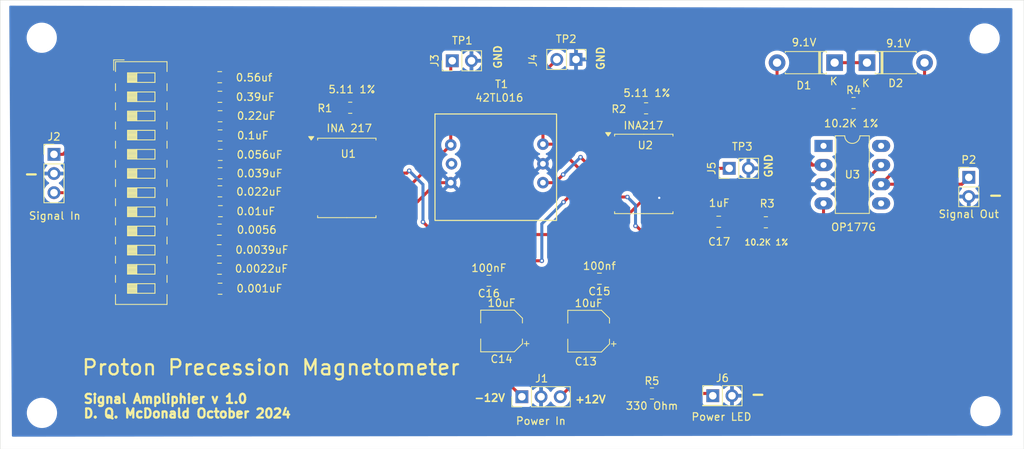
<source format=kicad_pcb>
(kicad_pcb (version 20240108) (generator "pcbnew") (generator_version "8.0")
  (title_block (title "PPM Aplifier") (date "2024-10-17") (rev "1.0") (company "D. Q. McDonald"))
  (layers (0 "F.Cu" signal) (31 "B.Cu" signal) (34 "B.Paste" user) (35 "F.Paste" user) (36 "B.SilkS" user "B.Silkscreen") (37 "F.SilkS" user "F.Silkscreen") (38 "B.Mask" user) (39 "F.Mask" user) (44 "Edge.Cuts" user))
  (net 0 "")
  (net 1 "+12V")
  (net 2 "GND")
  (net 3 "-12V")
  (net 4 "Net-(J2-Pin_1)")
  (net 5 "Net-(C1-Pad1)")
  (net 6 "Net-(C2-Pad1)")
  (net 7 "Net-(C3-Pad1)")
  (net 8 "Net-(C4-Pad1)")
  (net 9 "Net-(C5-Pad1)")
  (net 10 "Net-(C6-Pad1)")
  (net 11 "Net-(C7-Pad1)")
  (net 12 "Net-(C8-Pad1)")
  (net 13 "Net-(C9-Pad1)")
  (net 14 "Net-(C10-Pad1)")
  (net 15 "Net-(C11-Pad1)")
  (net 16 "Net-(C12-Pad1)")
  (net 17 "Net-(J5-Pin_1)")
  (net 18 "Net-(C17-Pad2)")
  (net 19 "Net-(D1-A)")
  (net 20 "Net-(D1-K)")
  (net 21 "Net-(D2-A)")
  (net 22 "Net-(J2-Pin_3)")
  (net 23 "Net-(J3-Pin_1)")
  (net 24 "Net-(J4-Pin_2)")
  (net 25 "Net-(U1-RG1)")
  (net 26 "Net-(U1-RG2)")
  (net 27 "Net-(U2-RG2)")
  (net 28 "Net-(U2-RG1)")
  (net 30 "Net-(T1-6)")
  (net 50 "Net-(J6-Pin_1)")
  (footprint "Diode_THT:D_DO-41_SOD81_P7.62mm_Horizontal" (layer "F.Cu") (at 135.625 27.35 180)
    (property "Reference" "D1" (at 4.075 -3.025 0) (layer "F.SilkS"))
    (property "Value" "9.1V" (at 4.05 2.675 0) (layer "F.SilkS"))
    (fp_text user "K" (at 0.125 -2.475 0) (layer "F.SilkS"))
    (pad "1" thru_hole rect (at 0 0 180) (size 2.2 2.2) (drill 1.1) (layers "*.Cu" "*.Mask") (net 20 "Net-(D1-K)"))
    (pad "2" thru_hole oval (at 7.62 0 180) (size 2.2 2.2) (drill 1.1) (layers "*.Cu" "*.Mask") (net 19 "Net-(D1-A)"))
  )
  (footprint "Button_Switch_SMD:SW_DIP_SPSTx12_Slide_6.7x32.04mm_W8.61mm_P2.54mm_LowProfile" (layer "F.Cu") (at 43.87 43.3)
    (property "Reference" "SW1" (hide yes))
    (property "Value" "SW_DIP_x12" (hide yes))
    (pad "1" smd rect (at -4.305 -13.97) (size 2.44 1.12) (layers "F.Cu" "F.Paste" "F.Mask") (net 22 "Net-(J2-Pin_3)"))
    (pad "2" smd rect (at -4.305 -11.43) (size 2.44 1.12) (layers "F.Cu" "F.Paste" "F.Mask") (net 22 "Net-(J2-Pin_3)"))
    (pad "3" smd rect (at -4.305 -8.89) (size 2.44 1.12) (layers "F.Cu" "F.Paste" "F.Mask") (net 22 "Net-(J2-Pin_3)"))
    (pad "4" smd rect (at -4.305 -6.35) (size 2.44 1.12) (layers "F.Cu" "F.Paste" "F.Mask") (net 22 "Net-(J2-Pin_3)"))
    (pad "5" smd rect (at -4.305 -3.81) (size 2.44 1.12) (layers "F.Cu" "F.Paste" "F.Mask") (net 22 "Net-(J2-Pin_3)"))
    (pad "6" smd rect (at -4.305 -1.27) (size 2.44 1.12) (layers "F.Cu" "F.Paste" "F.Mask") (net 22 "Net-(J2-Pin_3)"))
    (pad "7" smd rect (at -4.305 1.27) (size 2.44 1.12) (layers "F.Cu" "F.Paste" "F.Mask") (net 22 "Net-(J2-Pin_3)"))
    (pad "8" smd rect (at -4.305 3.81) (size 2.44 1.12) (layers "F.Cu" "F.Paste" "F.Mask") (net 22 "Net-(J2-Pin_3)"))
    (pad "9" smd rect (at -4.305 6.35) (size 2.44 1.12) (layers "F.Cu" "F.Paste" "F.Mask") (net 22 "Net-(J2-Pin_3)"))
    (pad "10" smd rect (at -4.305 8.89) (size 2.44 1.12) (layers "F.Cu" "F.Paste" "F.Mask") (net 22 "Net-(J2-Pin_3)"))
    (pad "11" smd rect (at -4.305 11.43) (size 2.44 1.12) (layers "F.Cu" "F.Paste" "F.Mask") (net 22 "Net-(J2-Pin_3)"))
    (pad "12" smd rect (at -4.305 13.97) (size 2.44 1.12) (layers "F.Cu" "F.Paste" "F.Mask") (net 22 "Net-(J2-Pin_3)"))
    (pad "13" smd rect (at 4.305 13.97) (size 2.44 1.12) (layers "F.Cu" "F.Paste" "F.Mask") (net 16 "Net-(C12-Pad1)"))
    (pad "14" smd rect (at 4.305 11.43) (size 2.44 1.12) (layers "F.Cu" "F.Paste" "F.Mask") (net 15 "Net-(C11-Pad1)"))
    (pad "15" smd rect (at 4.305 8.89) (size 2.44 1.12) (layers "F.Cu" "F.Paste" "F.Mask") (net 14 "Net-(C10-Pad1)"))
    (pad "16" smd rect (at 4.305 6.35) (size 2.44 1.12) (layers "F.Cu" "F.Paste" "F.Mask") (net 13 "Net-(C9-Pad1)"))
    (pad "17" smd rect (at 4.305 3.81) (size 2.44 1.12) (layers "F.Cu" "F.Paste" "F.Mask") (net 12 "Net-(C8-Pad1)"))
    (pad "18" smd rect (at 4.305 1.27) (size 2.44 1.12) (layers "F.Cu" "F.Paste" "F.Mask") (net 11 "Net-(C7-Pad1)"))
    (pad "19" smd rect (at 4.305 -1.27) (size 2.44 1.12) (layers "F.Cu" "F.Paste" "F.Mask") (net 10 "Net-(C6-Pad1)"))
    (pad "20" smd rect (at 4.305 -3.81) (size 2.44 1.12) (layers "F.Cu" "F.Paste" "F.Mask") (net 9 "Net-(C5-Pad1)"))
    (pad "21" smd rect (at 4.305 -6.35) (size 2.44 1.12) (layers "F.Cu" "F.Paste" "F.Mask") (net 8 "Net-(C4-Pad1)"))
    (pad "22" smd rect (at 4.305 -8.89) (size 2.44 1.12) (layers "F.Cu" "F.Paste" "F.Mask") (net 7 "Net-(C3-Pad1)"))
    (pad "23" smd rect (at 4.305 -11.43) (size 2.44 1.12) (layers "F.Cu" "F.Paste" "F.Mask") (net 6 "Net-(C2-Pad1)"))
    (pad "24" smd rect (at 4.305 -13.97) (size 2.44 1.12) (layers "F.Cu" "F.Paste" "F.Mask") (net 5 "Net-(C1-Pad1)"))
  )
  (footprint "Capacitor_SMD:C_0805_2012Metric_Pad1.18x1.45mm_HandSolder" (layer "F.Cu") (at 54.3 57.3)
    (property "Reference" "C12" (hide yes))
    (property "Value" "0.001uF" (at 5.2 -0.025 0) (layer "F.SilkS"))
    (pad "1" smd roundrect (at -1.0375 0) (size 1.175 1.45) (layers "F.Cu" "F.Paste" "F.Mask") (roundrect_rratio 0.212766) (net 16 "Net-(C12-Pad1)"))
    (pad "2" smd roundrect (at 1.0375 0) (size 1.175 1.45) (layers "F.Cu" "F.Paste" "F.Mask") (roundrect_rratio 0.212766) (net 4 "Net-(J2-Pin_1)"))
  )
  (footprint "Capacitor_SMD:C_0805_2012Metric_Pad1.18x1.45mm_HandSolder" (layer "F.Cu") (at 54.3 37)
    (property "Reference" "C4" (hide yes))
    (property "Value" "0.1uF" (at 4.325 0 0) (layer "F.SilkS"))
    (pad "1" smd roundrect (at -1.0375 0) (size 1.175 1.45) (layers "F.Cu" "F.Paste" "F.Mask") (roundrect_rratio 0.212766) (net 8 "Net-(C4-Pad1)"))
    (pad "2" smd roundrect (at 1.0375 0) (size 1.175 1.45) (layers "F.Cu" "F.Paste" "F.Mask") (roundrect_rratio 0.212766) (net 4 "Net-(J2-Pin_1)"))
  )
  (footprint "Connector_PinHeader_2.54mm:PinHeader_1x03_P2.54mm_Vertical" (layer "F.Cu") (at 32.32 39.4975)
    (property "Reference" "J2" (at 0 -2.33 0) (layer "F.SilkS"))
    (property "Value" "Signal In" (at 0.1 8.15 0) (layer "F.SilkS"))
    (pad "1" thru_hole rect (at 0 0) (size 1.7 1.7) (drill 1) (layers "*.Cu" "*.Mask") (net 4 "Net-(J2-Pin_1)"))
    (pad "2" thru_hole oval (at 0 2.54) (size 1.7 1.7) (drill 1) (layers "*.Cu" "*.Mask") (net 2 "GND"))
    (pad "3" thru_hole oval (at 0 5.08) (size 1.7 1.7) (drill 1) (layers "*.Cu" "*.Mask") (net 22 "Net-(J2-Pin_3)"))
  )
  (footprint "Resistor_SMD:R_0805_2012Metric_Pad1.20x1.40mm_HandSolder" (layer "F.Cu") (at 71.52 33.3225)
    (property "Reference" "R1" (at -3.35 0.075 0) (layer "F.SilkS"))
    (property "Value" "5.11 1%" (at 0.225 -2.425 0) (layer "F.SilkS"))
    (pad "1" smd roundrect (at -1 0) (size 1.2 1.4) (layers "F.Cu" "F.Paste" "F.Mask") (roundrect_rratio 0.208333) (net 25 "Net-(U1-RG1)"))
    (pad "2" smd roundrect (at 1 0) (size 1.2 1.4) (layers "F.Cu" "F.Paste" "F.Mask") (roundrect_rratio 0.208333) (net 26 "Net-(U1-RG2)"))
  )
  (footprint "Capacitor_SMD:C_0805_2012Metric_Pad1.18x1.45mm_HandSolder" (layer "F.Cu") (at 89.8725 56.2475 180)
    (property "Reference" "C16" (at 0 -1.68 0) (layer "F.SilkS"))
    (property "Value" "100nF" (at 0 1.68 0) (layer "F.SilkS"))
    (pad "1" smd roundrect (at -1.0375 0 180) (size 1.175 1.45) (layers "F.Cu" "F.Paste" "F.Mask") (roundrect_rratio 0.212766) (net 2 "GND"))
    (pad "2" smd roundrect (at 1.0375 0 180) (size 1.175 1.45) (layers "F.Cu" "F.Paste" "F.Mask") (roundrect_rratio 0.212766) (net 3 "-12V"))
  )
  (footprint "Capacitor_SMD:C_0805_2012Metric_Pad1.18x1.45mm_HandSolder" (layer "F.Cu") (at 120.2875 48.425)
    (property "Reference" "C17" (at 0.0625 2.65 0) (layer "F.SilkS"))
    (property "Value" "1uF" (at 0.0625 -2.475 0) (layer "F.SilkS"))
    (pad "1" smd roundrect (at -1.0375 0) (size 1.175 1.45) (layers "F.Cu" "F.Paste" "F.Mask") (roundrect_rratio 0.212766) (net 17 "Net-(J5-Pin_1)"))
    (pad "2" smd roundrect (at 1.0375 0) (size 1.175 1.45) (layers "F.Cu" "F.Paste" "F.Mask") (roundrect_rratio 0.212766) (net 18 "Net-(C17-Pad2)"))
  )
  (footprint "Connector_PinHeader_2.54mm:PinHeader_2x01_P2.54mm_Vertical" (layer "F.Cu") (at 119.5 71.475)
    (property "Reference" "J6" (at 1.27 -2.33 0) (layer "F.SilkS"))
    (property "Value" "Power LED" (at 1.15 2.8 0) (layer "F.SilkS"))
    (pad "1" thru_hole rect (at 0 0) (size 1.7 1.7) (drill 1) (layers "*.Cu" "*.Mask") (net 50 "Net-(J6-Pin_1)"))
    (pad "2" thru_hole oval (at 2.54 0) (size 1.7 1.7) (drill 1) (layers "*.Cu" "*.Mask") (net 2 "GND"))
  )
  (footprint "Diode_THT:D_DO-41_SOD81_P7.62mm_Horizontal" (layer "F.Cu") (at 139.905 27.35)
    (property "Reference" "D2" (at 3.8 2.725 0) (layer "F.SilkS"))
    (property "Value" "9.1V" (at 4.15 -2.55 0) (layer "F.SilkS"))
    (fp_text user "K" (at -0.15 2.725 0) (layer "F.SilkS"))
    (pad "1" thru_hole rect (at 0 0) (size 2.2 2.2) (drill 1.1) (layers "*.Cu" "*.Mask") (net 20 "Net-(D1-K)"))
    (pad "2" thru_hole oval (at 7.62 0) (size 2.2 2.2) (drill 1.1) (layers "*.Cu" "*.Mask") (net 21 "Net-(D2-A)"))
  )
  (footprint "MountingHole:MountingHole_3.5mm" (layer "F.Cu") (at 155.475 24.15)
    (property "Reference" "REF**" (hide yes))
    (property "Value" "MountingHole_3.5mm" (hide yes))
    (pad "" np_thru_hole circle (at 0 0) (size 3.5 3.5) (drill 3.5) (layers "F&B.Cu" "*.Mask"))
  )
  (footprint "Capacitor_SMD:C_0805_2012Metric_Pad1.18x1.45mm_HandSolder" (layer "F.Cu") (at 54.3 42)
    (property "Reference" "C6" (hide yes))
    (property "Value" "0.039uF" (at 5.225 0.025 0) (layer "F.SilkS"))
    (pad "1" smd roundrect (at -1.0375 0) (size 1.175 1.45) (layers "F.Cu" "F.Paste" "F.Mask") (roundrect_rratio 0.212766) (net 10 "Net-(C6-Pad1)"))
    (pad "2" smd roundrect (at 1.0375 0) (size 1.175 1.45) (layers "F.Cu" "F.Paste" "F.Mask") (roundrect_rratio 0.212766) (net 4 "Net-(J2-Pin_1)"))
  )
  (footprint "Capacitor_SMD:C_0805_2012Metric_Pad1.18x1.45mm_HandSolder" (layer "F.Cu") (at 54.25 29.275)
    (property "Reference" "C1" (hide yes))
    (property "Value" "0.56uf" (at 4.55 0.05 0) (layer "F.SilkS"))
    (pad "1" smd roundrect (at -1.0375 0) (size 1.175 1.45) (layers "F.Cu" "F.Paste" "F.Mask") (roundrect_rratio 0.212766) (net 5 "Net-(C1-Pad1)"))
    (pad "2" smd roundrect (at 1.0375 0) (size 1.175 1.45) (layers "F.Cu" "F.Paste" "F.Mask") (roundrect_rratio 0.212766) (net 4 "Net-(J2-Pin_1)"))
  )
  (footprint "Capacitor_SMD:C_0805_2012Metric_Pad1.18x1.45mm_HandSolder" (layer "F.Cu") (at 54.275 44.4)
    (property "Reference" "C7" (hide yes))
    (property "Value" "0.022uF" (at 5.2 0.05 0) (layer "F.SilkS"))
    (pad "1" smd roundrect (at -1.0375 0) (size 1.175 1.45) (layers "F.Cu" "F.Paste" "F.Mask") (roundrect_rratio 0.212766) (net 11 "Net-(C7-Pad1)"))
    (pad "2" smd roundrect (at 1.0375 0) (size 1.175 1.45) (layers "F.Cu" "F.Paste" "F.Mask") (roundrect_rratio 0.212766) (net 4 "Net-(J2-Pin_1)"))
  )
  (footprint "Capacitor_SMD:C_0805_2012Metric_Pad1.18x1.45mm_HandSolder" (layer "F.Cu") (at 54.2125 49.475)
    (property "Reference" "C9" (hide yes))
    (property "Value" "0.0056" (at 4.9375 0.025 0) (layer "F.SilkS"))
    (pad "1" smd roundrect (at -1.0375 0) (size 1.175 1.45) (layers "F.Cu" "F.Paste" "F.Mask") (roundrect_rratio 0.212766) (net 13 "Net-(C9-Pad1)"))
    (pad "2" smd roundrect (at 1.0375 0) (size 1.175 1.45) (layers "F.Cu" "F.Paste" "F.Mask") (roundrect_rratio 0.212766) (net 4 "Net-(J2-Pin_1)"))
  )
  (footprint "Capacitor_SMD:C_0805_2012Metric_Pad1.18x1.45mm_HandSolder" (layer "F.Cu") (at 54.325 39.575)
    (property "Reference" "C5" (hide yes))
    (property "Value" "0.056uF" (at 5.2 -0.025 0) (layer "F.SilkS"))
    (pad "1" smd roundrect (at -1.0375 0) (size 1.175 1.45) (layers "F.Cu" "F.Paste" "F.Mask") (roundrect_rratio 0.212766) (net 9 "Net-(C5-Pad1)"))
    (pad "2" smd roundrect (at 1.0375 0) (size 1.175 1.45) (layers "F.Cu" "F.Paste" "F.Mask") (roundrect_rratio 0.212766) (net 4 "Net-(J2-Pin_1)"))
  )
  (footprint "Capacitor_SMD:CP_Elec_5x3" (layer "F.Cu") (at 103.0725 62.9225 180)
    (property "Reference" "C13" (at 0.375 -4.025 0) (layer "F.SilkS"))
    (property "Value" "10uF" (at 0 3.7 0) (layer "F.SilkS"))
    (pad "1" smd roundrect (at -2.2 0 180) (size 3 1.6) (layers "F.Cu" "F.Paste" "F.Mask") (roundrect_rratio 0.15625) (net 1 "+12V"))
    (pad "2" smd roundrect (at 2.2 0 180) (size 3 1.6) (layers "F.Cu" "F.Paste" "F.Mask") (roundrect_rratio 0.15625) (net 2 "GND"))
  )
  (footprint "DQM_kicad_new:Transformer_42TL016" (layer "F.Cu") (at 84.825 38.25)
    (property "Reference" "T1" (at 6.725 -8.05 0) (layer "F.SilkS"))
    (property "Value" "42TL016" (at 6.425 -6.25 0) (layer "F.SilkS"))
    (pad "1" thru_hole circle (at 0 0) (size 1.524 1.524) (drill 0.762) (layers "*.Cu" "*.Mask") (net 23 "Net-(J3-Pin_1)"))
    (pad "2" thru_hole circle (at 0.1 2.5) (size 1.524 1.524) (drill 0.762) (layers "*.Cu" "*.Mask"))
    (pad "3" thru_hole circle (at 0 5) (size 1.524 1.524) (drill 0.762) (layers "*.Cu" "*.Mask") (net 2 "GND"))
    (pad "4" thru_hole circle (at 12.2 5) (size 1.524 1.524) (drill 0.762) (layers "*.Cu" "*.Mask") (net 30 "Net-(T1-6)"))
    (pad "5" thru_hole circle (at 12.2 2.5) (size 1.524 1.524) (drill 0.762) (layers "*.Cu" "*.Mask") (net 2 "GND"))
    (pad "6" thru_hole circle (at 12.2 -0.1) (size 1.524 1.524) (drill 0.762) (layers "*.Cu" "*.Mask") (net 24 "Net-(J4-Pin_2)"))
  )
  (footprint "Resistor_SMD:R_0805_2012Metric_Pad1.20x1.40mm_HandSolder" (layer "F.Cu") (at 111.45 71.175)
    (property "Reference" "R5" (at 0 -1.65 0) (layer "F.SilkS"))
    (property "Value" "330 Ohm" (at 0 1.65 0) (layer "F.SilkS"))
    (pad "1" smd roundrect (at -1 0) (size 1.2 1.4) (layers "F.Cu" "F.Paste" "F.Mask") (roundrect_rratio 0.208333) (net 1 "+12V"))
    (pad "2" smd roundrect (at 1 0) (size 1.2 1.4) (layers "F.Cu" "F.Paste" "F.Mask") (roundrect_rratio 0.208333) (net 50 "Net-(J6-Pin_1)"))
  )
  (footprint "Capacitor_SMD:C_0805_2012Metric_Pad1.18x1.45mm_HandSolder" (layer "F.Cu") (at 54.1875 52.2)
    (property "Reference" "C10" (hide yes))
    (property "Value" "0.0039uF" (at 5.65 -0.05 0) (layer "F.SilkS"))
    (pad "1" smd roundrect (at -1.0375 0) (size 1.175 1.45) (layers "F.Cu" "F.Paste" "F.Mask") (roundrect_rratio 0.212766) (net 14 "Net-(C10-Pad1)"))
    (pad "2" smd roundrect (at 1.0375 0) (size 1.175 1.45) (layers "F.Cu" "F.Paste" "F.Mask") (roundrect_rratio 0.212766) (net 4 "Net-(J2-Pin_1)"))
  )
  (footprint "Capacitor_SMD:CP_Elec_5x3" (layer "F.Cu") (at 91.5475 62.8975 180)
    (property "Reference" "C14" (at 0 -3.725 0) (layer "F.SilkS"))
    (property "Value" "10uF" (at 0 3.7 0) (layer "F.SilkS"))
    (pad "1" smd roundrect (at -2.2 0 180) (size 3 1.6) (layers "F.Cu" "F.Paste" "F.Mask") (roundrect_rratio 0.15625) (net 2 "GND"))
    (pad "2" smd roundrect (at 2.2 0 180) (size 3 1.6) (layers "F.Cu" "F.Paste" "F.Mask") (roundrect_rratio 0.15625) (net 3 "-12V"))
  )
  (footprint "MountingHole:MountingHole_3.5mm" (layer "F.Cu") (at 30.725 73.75)
    (property "Reference" "REF**" (hide yes))
    (property "Value" "MountingHole_3.5mm" (hide yes))
    (pad "" np_thru_hole circle (at 0 0) (size 3.5 3.5) (drill 3.5) (layers "F&B.Cu" "*.Mask"))
  )
  (footprint "Package_DIP:DIP-8_W7.62mm_LongPads" (layer "F.Cu") (at 134.155 38.375)
    (property "Reference" "U3" (at 3.825 3.8 0) (layer "F.SilkS"))
    (property "Value" "OP177G" (at 3.97 10.775 0) (layer "F.SilkS"))
    (pad "1" thru_hole rect (at 0 0) (size 2.4 1.6) (drill 0.8) (layers "*.Cu" "*.Mask"))
    (pad "2" thru_hole oval (at 0 2.54) (size 2.4 1.6) (drill 0.8) (layers "*.Cu" "*.Mask") (net 19 "Net-(D1-A)"))
    (pad "3" thru_hole oval (at 0 5.08) (size 2.4 1.6) (drill 0.8) (layers "*.Cu" "*.Mask") (net 2 "GND"))
    (pad "4" thru_hole oval (at 0 7.62) (size 2.4 1.6) (drill 0.8) (layers "*.Cu" "*.Mask") (net 3 "-12V"))
    (pad "5" thru_hole oval (at 7.62 7.62) (size 2.4 1.6) (drill 0.8) (layers "*.Cu" "*.Mask"))
    (pad "6" thru_hole oval (at 7.62 5.08) (size 2.4 1.6) (drill 0.8) (layers "*.Cu" "*.Mask") (net 21 "Net-(D2-A)"))
    (pad "7" thru_hole oval (at 7.62 2.54) (size 2.4 1.6) (drill 0.8) (layers "*.Cu" "*.Mask") (net 1 "+12V"))
    (pad "8" thru_hole oval (at 7.62 0) (size 2.4 1.6) (drill 0.8) (layers "*.Cu" "*.Mask"))
  )
  (footprint "Capacitor_SMD:C_0805_2012Metric_Pad1.18x1.45mm_HandSolder" (layer "F.Cu") (at 54.225 54.65)
    (property "Reference" "C11" (hide yes))
    (property "Value" "0.0022uF" (at 5.55 0 0) (layer "F.SilkS"))
    (pad "1" smd roundrect (at -1.0375 0) (size 1.175 1.45) (layers "F.Cu" "F.Paste" "F.Mask") (roundrect_rratio 0.212766) (net 15 "Net-(C11-Pad1)"))
    (pad "2" smd roundrect (at 1.0375 0) (size 1.175 1.45) (layers "F.Cu" "F.Paste" "F.Mask") (roundrect_rratio 0.212766) (net 4 "Net-(J2-Pin_1)"))
  )
  (footprint "Package_SO:SOIC-16W_7.5x10.3mm_P1.27mm" (layer "F.Cu") (at 71.07 42.6175)
    (property "Reference" "U1" (at 0.2 -3.18 0) (layer "F.SilkS"))
    (property "Value" "~" (hide yes))
    (fp_text user "INA 217" (at 0.325 -6.57 0) (layer "F.SilkS"))
    (pad "1" smd roundrect (at -4.65 -4.445) (size 2.05 0.6) (layers "F.Cu" "F.Paste" "F.Mask"))
    (pad "2" smd roundrect (at -4.65 -3.175) (size 2.05 0.6) (layers "F.Cu" "F.Paste" "F.Mask") (net 25 "Net-(U1-RG1)"))
    (pad "3" smd roundrect (at -4.65 -1.905) (size 2.05 0.6) (layers "F.Cu" "F.Paste" "F.Mask"))
    (pad "4" smd roundrect (at -4.65 -0.635) (size 2.05 0.6) (layers "F.Cu" "F.Paste" "F.Mask") (net 4 "Net-(J2-Pin_1)"))
    (pad "5" smd roundrect (at -4.65 0.635) (size 2.05 0.6) (layers "F.Cu" "F.Paste" "F.Mask") (net 22 "Net-(J2-Pin_3)"))
    (pad "6" smd roundrect (at -4.65 1.905) (size 2.05 0.6) (layers "F.Cu" "F.Paste" "F.Mask"))
    (pad "7" smd roundrect (at -4.65 3.175) (size 2.05 0.6) (layers "F.Cu" "F.Paste" "F.Mask") (net 3 "-12V"))
    (pad "8" smd roundrect (at -4.65 4.445) (size 2.05 0.6) (layers "F.Cu" "F.Paste" "F.Mask"))
    (pad "9" smd roundrect (at 4.65 4.445) (size 2.05 0.6) (layers "F.Cu" "F.Paste" "F.Mask"))
    (pad "10" smd roundrect (at 4.65 3.175) (size 2.05 0.6) (layers "F.Cu" "F.Paste" "F.Mask") (net 2 "GND"))
    (pad "11" smd roundrect (at 4.65 1.905) (size 2.05 0.6) (layers "F.Cu" "F.Paste" "F.Mask") (net 23 "Net-(J3-Pin_1)"))
    (pad "12" smd roundrect (at 4.65 0.635) (size 2.05 0.6) (layers "F.Cu" "F.Paste" "F.Mask"))
    (pad "13" smd roundrect (at 4.65 -0.635) (size 2.05 0.6) (layers "F.Cu" "F.Paste" "F.Mask") (net 1 "+12V"))
    (pad "14" smd roundrect (at 4.65 -1.905) (size 2.05 0.6) (layers "F.Cu" "F.Paste" "F.Mask"))
    (pad "15" smd roundrect (at 4.65 -3.175) (size 2.05 0.6) (layers "F.Cu" "F.Paste" "F.Mask") (net 26 "Net-(U1-RG2)"))
    (pad "16" smd roundrect (at 4.65 -4.445) (size 2.05 0.6) (layers "F.Cu" "F.Paste" "F.Mask"))
  )
  (footprint "MountingHole:MountingHole_3.5mm" (layer "F.Cu") (at 30.7 24.05)
    (property "Reference" "REF**" (hide yes))
    (property "Value" "MountingHole_3.5mm" (hide yes))
    (pad "" np_thru_hole circle (at 0 0) (size 3.5 3.5) (drill 3.5) (layers "F&B.Cu" "*.Mask"))
  )
  (footprint "Connector_PinHeader_2.54mm:PinHeader_1x02_P2.54mm_Vertical" (layer "F.Cu") (at 101.4 26.925 -90)
    (property "Reference" "J4" (at 0.125 5.7 90) (layer "F.SilkS"))
    (property "Value" "TP2" (at -2.7 1.3 0) (layer "F.SilkS"))
    (pad "1" thru_hole rect (at 0 0 270) (size 1.7 1.7) (drill 1) (layers "*.Cu" "*.Mask") (net 2 "GND"))
    (pad "2" thru_hole oval (at 0 2.54 270) (size 1.7 1.7) (drill 1) (layers "*.Cu" "*.Mask") (net 24 "Net-(J4-Pin_2)"))
  )
  (footprint "Connector_PinHeader_2.54mm:PinHeader_1x02_P2.54mm_Vertical" (layer "F.Cu") (at 121.675 41.35 90)
    (property "Reference" "J5" (at 0 -2.33 90) (layer "F.SilkS"))
    (property "Value" "TP3" (at 2.875 1.725 180) (layer "F.SilkS"))
    (pad "1" thru_hole rect (at 0 0 90) (size 1.7 1.7) (drill 1) (layers "*.Cu" "*.Mask") (net 17 "Net-(J5-Pin_1)"))
    (pad "2" thru_hole oval (at 0 2.54 90) (size 1.7 1.7) (drill 1) (layers "*.Cu" "*.Mask") (net 2 "GND"))
  )
  (footprint "Connector_PinHeader_2.54mm:PinHeader_1x03_P2.54mm_Vertical" (layer "F.Cu") (at 94.235 71.61 90)
    (property "Reference" "J1" (at 2.41 2.615 180) (layer "F.SilkS"))
    (property "Value" "Power In" (at -3.215 2.515 180) (layer "F.SilkS"))
    (pad "1" thru_hole rect (at 0 0 90) (size 1.7 1.7) (drill 1) (layers "*.Cu" "*.Mask") (net 3 "-12V"))
    (pad "2" thru_hole oval (at 0 2.54 90) (size 1.7 1.7) (drill 1) (layers "*.Cu" "*.Mask") (net 2 "GND"))
    (pad "3" thru_hole oval (at 0 5.08 90) (size 1.7 1.7) (drill 1) (layers "*.Cu" "*.Mask") (net 1 "+12V"))
  )
  (footprint "Connector_PinHeader_2.54mm:PinHeader_1x02_P2.54mm_Vertical" (layer "F.Cu") (at 85.025 27.1 90)
    (property "Reference" "J3" (at 0 -2.33 90) (layer "F.SilkS"))
    (property "Value" "TP1" (at 2.675 1.325 180) (layer "F.SilkS"))
    (pad "1" thru_hole rect (at 0 0 90) (size 1.7 1.7) (drill 1) (layers "*.Cu" "*.Mask") (net 23 "Net-(J3-Pin_1)"))
    (pad "2" thru_hole oval (at 0 2.54 90) (size 1.7 1.7) (drill 1) (layers "*.Cu" "*.Mask") (net 2 "GND"))
  )
  (footprint "Capacitor_SMD:C_0805_2012Metric_Pad1.18x1.45mm_HandSolder" (layer "F.Cu") (at 104.4975 55.9725 180)
    (property "Reference" "C15" (at 0 -1.68 0) (layer "F.SilkS"))
    (property "Value" "100nf" (at 0 1.68 0) (layer "F.SilkS"))
    (pad "1" smd roundrect (at -1.0375 0 180) (size 1.175 1.45) (layers "F.Cu" "F.Paste" "F.Mask") (roundrect_rratio 0.212766) (net 1 "+12V"))
    (pad "2" smd roundrect (at 1.0375 0 180) (size 1.175 1.45) (layers "F.Cu" "F.Paste" "F.Mask") (roundrect_rratio 0.212766) (net 2 "GND"))
  )
  (footprint "Resistor_SMD:R_0805_2012Metric_Pad1.20x1.40mm_HandSolder" (layer "F.Cu") (at 110.675 33.4)
    (property "Reference" "R2" (at -3.6 0.1 0) (layer "F.SilkS"))
    (property "Value" "5.11 1%" (at 0.1 -2.025 0) (layer "F.SilkS"))
    (pad "1" smd roundrect (at -1 0) (size 1.2 1.4) (layers "F.Cu" "F.Paste" "F.Mask") (roundrect_rratio 0.208333) (net 28 "Net-(U2-RG1)"))
    (pad "2" smd roundrect (at 1 0) (size 1.2 1.4) (layers "F.Cu" "F.Paste" "F.Mask") (roundrect_rratio 0.208333) (net 27 "Net-(U2-RG2)"))
  )
  (footprint "Capacitor_SMD:C_0805_2012Metric_Pad1.18x1.45mm_HandSolder" (layer "F.Cu") (at 54.3 34.45)
    (property "Reference" "C3" (hide yes))
    (property "Value" "0.22uF" (at 4.7875 -0.05 0) (layer "F.SilkS"))
    (pad "1" smd roundrect (at -1.0375 0) (size 1.175 1.45) (layers "F.Cu" "F.Paste" "F.Mask") (roundrect_rratio 0.212766) (net 7 "Net-(C3-Pad1)"))
    (pad "2" smd roundrect (at 1.0375 0) (size 1.175 1.45) (layers "F.Cu" "F.Paste" "F.Mask") (roundrect_rratio 0.212766) (net 4 "Net-(J2-Pin_1)"))
  )
  (footprint "Resistor_SMD:R_0805_2012Metric_Pad1.20x1.40mm_HandSolder" (layer "F.Cu") (at 126.525 48.5)
    (property "Reference" "R3" (at 0.175 -2.475 0) (layer "F.SilkS"))
    (property "Value" "10.2K 1%" (at 0.075 2.65 0) (layer "F.SilkS") (effects (font (size 0.8 0.8))))
    (pad "1" smd roundrect (at -1 0) (size 1.2 1.4) (layers "F.Cu" "F.Paste" "F.Mask") (roundrect_rratio 0.208333) (net 18 "Net-(C17-Pad2)"))
    (pad "2" smd roundrect (at 1 0) (size 1.2 1.4) (layers "F.Cu" "F.Paste" "F.Mask") (roundrect_rratio 0.208333) (net 19 "Net-(D1-A)"))
  )
  (footprint "Package_SO:SOIC-16W_7.5x10.3mm_P1.27mm" (layer "F.Cu") (at 110.37 42.0875)
    (property "Reference" "U2" (at 0.2 -3.79 0) (layer "F.SilkS"))
    (property "Value" "~")
    (fp_text user "INA217" (at -0.045 -6.4125 0) (layer "F.SilkS"))
    (pad "1" smd roundrect (at -4.65 -4.445) (size 2.05 0.6) (layers "F.Cu" "F.Paste" "F.Mask"))
    (pad "2" smd roundrect (at -4.65 -3.175) (size 2.05 0.6) (layers "F.Cu" "F.Paste" "F.Mask") (net 28 "Net-(U2-RG1)"))
    (pad "3" smd roundrect (at -4.65 -1.905) (size 2.05 0.6) (layers "F.Cu" "F.Paste" "F.Mask"))
    (pad "4" smd roundrect (at -4.65 -0.635) (size 2.05 0.6) (layers "F.Cu" "F.Paste" "F.Mask") (net 30 "Net-(T1-6)"))
    (pad "5" smd roundrect (at -4.65 0.635) (size 2.05 0.6) (layers "F.Cu" "F.Paste" "F.Mask") (net 24 "Net-(J4-Pin_2)"))
    (pad "6" smd roundrect (at -4.65 1.905) (size 2.05 0.6) (layers "F.Cu" "F.Paste" "F.Mask"))
    (pad "7" smd roundrect (at -4.65 3.175) (size 2.05 0.6) (layers "F.Cu" "F.Paste" "F.Mask") (net 3 "-12V"))
    (pad "8" smd roundrect (at -4.65 4.445) (size 2.05 0.6) (layers "F.Cu" "F.Paste" "F.Mask"))
    (pad "9" smd roundrect (at 4.65 4.445) (size 2.05 0.6) (layers "F.Cu" "F.Paste" "F.Mask"))
    (pad "10" smd roundrect (at 4.65 3.175) (size 2.05 0.6) (layers "F.Cu" "F.Paste" "F.Mask") (net 2 "GND"))
    (pad "11" smd roundrect (at 4.65 1.905) (size 2.05 0.6) (layers "F.Cu" "F.Paste" "F.Mask") (net 17 "Net-(J5-Pin_1)"))
    (pad "12" smd roundrect (at 4.65 0.635) (size 2.05 0.6) (layers "F.Cu" "F.Paste" "F.Mask"))
    (pad "13" smd roundrect (at 4.65 -0.635) (size 2.05 0.6) (layers "F.Cu" "F.Paste" "F.Mask") (net 1 "+12V"))
    (pad "14" smd roundrect (at 4.65 -1.905) (size 2.05 0.6) (layers "F.Cu" "F.Paste" "F.Mask"))
    (pad "15" smd roundrect (at 4.65 -3.175) (size 2.05 0.6) (layers "F.Cu" "F.Paste" "F.Mask") (net 27 "Net-(U2-RG2)"))
    (pad "16" smd roundrect (at 4.65 -4.445) (size 2.05 0.6) (layers "F.Cu" "F.Paste" "F.Mask"))
  )
  (footprint "Capacitor_SMD:C_0805_2012Metric_Pad1.18x1.45mm_HandSolder" (layer "F.Cu") (at 54.275 31.875)
    (property "Reference" "C2" (hide yes))
    (property "Value" "0.39uF" (at 4.675 0.025 0) (layer "F.SilkS"))
    (pad "1" smd roundrect (at -1.0375 0) (size 1.175 1.45) (layers "F.Cu" "F.Paste" "F.Mask") (roundrect_rratio 0.212766) (net 6 "Net-(C2-Pad1)"))
    (pad "2" smd roundrect (at 1.0375 0) (size 1.175 1.45) (layers "F.Cu" "F.Paste" "F.Mask") (roundrect_rratio 0.212766) (net 4 "Net-(J2-Pin_1)"))
  )
  (footprint "Resistor_SMD:R_0805_2012Metric_Pad1.20x1.40mm_HandSolder" (layer "F.Cu") (at 138.13 32.7)
    (property "Reference" "R4" (at 0 -1.7 0) (layer "F.SilkS"))
    (property "Value" "10.2K 1%" (at -0.305 2.7 0) (layer "F.SilkS"))
    (pad "1" smd roundrect (at -1 0) (size 1.2 1.4) (layers "F.Cu" "F.Paste" "F.Mask") (roundrect_rratio 0.208333) (net 19 "Net-(D1-A)"))
    (pad "2" smd roundrect (at 1 0) (size 1.2 1.4) (layers "F.Cu" "F.Paste" "F.Mask") (roundrect_rratio 0.208333) (net 21 "Net-(D2-A)"))
  )
  (footprint "Capacitor_SMD:C_0805_2012Metric_Pad1.18x1.45mm_HandSolder" (layer "F.Cu") (at 54.3375 47.025)
    (property "Reference" "C8" (hide yes))
    (property "Value" "0.01uF" (at 4.6875 0.025 0) (layer "F.SilkS"))
    (pad "1" smd roundrect (at -1.0375 0) (size 1.175 1.45) (layers "F.Cu" "F.Paste" "F.Mask") (roundrect_rratio 0.212766) (net 12 "Net-(C8-Pad1)"))
    (pad "2" smd roundrect (at 1.0375 0) (size 1.175 1.45) (layers "F.Cu" "F.Paste" "F.Mask") (roundrect_rratio 0.212766) (net 4 "Net-(J2-Pin_1)"))
  )
  (footprint "Connector_PinHeader_2.54mm:PinHeader_1x02_P2.54mm_Vertical" (layer "F.Cu") (at 153.375 42.55)
    (property "Reference" "P2" (at 0 -2.33 0) (layer "F.SilkS"))
    (property "Value" "Signal Out" (at 0 4.87 0) (layer "F.SilkS"))
    (pad "1" thru_hole rect (at 0 0) (size 1.7 1.7) (drill 1) (layers "*.Cu" "*.Mask") (net 21 "Net-(D2-A)"))
    (pad "2" thru_hole oval (at 0 2.54) (size 1.7 1.7) (drill 1) (layers "*.Cu" "*.Mask") (net 2 "GND"))
  )
  (footprint "MountingHole:MountingHole_3.5mm" (layer "F.Cu") (at 155.575 73.525)
    (property "Reference" "REF**" (hide yes))
    (property "Value" "MountingHole_3.5mm" (hide yes))
    (pad "" np_thru_hole circle (at 0 0) (size 3.5 3.5) (drill 3.5) (layers "F&B.Cu" "*.Mask"))
  )
  (gr_line (start 114.3 41.5) (end 114.95 41.325) (stroke (width 0.2)) (layer "F.Cu") (net 1))
  (gr_rect (start 25.2 19.075) (end 160.675 78.55) (stroke (width 0.05)) (fill none) (layer "Edge.Cuts"))
  (gr_text "Proton Precession Magnetometer" (at 35.875 68.9 0) (layer "F.SilkS") (effects (font (size 2 2) (thickness 0.3) (bold yes)) (justify left bottom)))
  (gr_text "-" (at 155.8 45.75 0) (layer "F.SilkS") (effects (font (size 1.5 1.5) (thickness 0.3) (bold yes)) (justify left bottom)))
  (gr_text "GND" (at 91.65 28.25 90) (layer "F.SilkS") (effects (font (size 1 1) (thickness 0.2) (bold yes)) (justify left bottom)))
  (gr_text "GND" (at 127.475 42.675 90) (layer "F.SilkS") (effects (font (size 1 1) (thickness 0.2) (bold yes)) (justify left bottom)))
  (gr_text "+12V" (at 101.175 72.55 0) (layer "F.SilkS") (effects (font (size 1 1) (thickness 0.2) (bold yes)) (justify left bottom)))
  (gr_text "-12V" (at 87.85 72.35 0) (layer "F.SilkS") (effects (font (size 1 1) (thickness 0.2) (bold yes)) (justify left bottom)))
  (gr_text "-" (at 124.35 72.125 0) (layer "F.SilkS") (effects (font (size 1.5 1.5) (thickness 0.3) (bold yes)) (justify left bottom)))
  (gr_text "-" (at 28.2 42.925 0) (layer "F.SilkS") (effects (font (size 1.5 1.5) (thickness 0.3) (bold yes)) (justify left bottom)))
  (gr_text "Signal Ampliphier v 1.0\nD. Q. McDonald October 2024" (at 36.1 74.525 0) (layer "F.SilkS") (effects (font (size 1.2 1.2) (thickness 0.3) (bold yes)) (justify left bottom)))
  (gr_text "GND" (at 105.25 28.425 90) (layer "F.SilkS") (effects (font (size 1 1) (thickness 0.2) (bold yes)) (justify left bottom)))
  (segment (start 134.6 55.375) (end 138.625 51.35) (width 0.4) (layer "F.Cu") (net 1))
  (segment (start 99.88125 50.31875) (end 105.475356 50.31875) (width 0.4) (layer "F.Cu") (net 1))
  (segment (start 103.1025 65.0925) (end 105.2725 62.9225) (width 0.4) (layer "F.Cu") (net 1))
  (segment (start 82.625 50.125) (end 82.625 49.925) (width 0.4) (layer "F.Cu") (net 1))
  (segment (start 114.294106 41.5) (end 105.475356 50.31875) (width 0.4) (layer "F.Cu") (net 1))
  (segment (start 105.2725 56.235) (end 105.535 55.9725) (width 0.4) (layer "F.Cu") (net 1))
  (segment (start 103.1025 67.8225) (end 103.1025 67.475) (width 0.4) (layer "F.Cu") (net 1))
  (segment (start 105.535 55.9725) (end 101.3375 51.775) (width 0.4) (layer "F.Cu") (net 1))
  (segment (start 79.0175 41.9825) (end 79.325 41.675) (width 0.4) (layer "F.Cu") (net 1))
  (segment (start 105.475356 50.31875) (end 110.531606 55.375) (width 0.4) (layer "F.Cu") (net 1))
  (segment (start 138.625 44.065) (end 141.775 40.915) (width 0.4) (layer "F.Cu") (net 1))
  (segment (start 110.531606 55.375) (end 134.6 55.375) (width 0.4) (layer "F.Cu") (net 1))
  (segment (start 114.3 41.5) (end 114.294106 41.5) (width 0.4) (layer "F.Cu") (net 1))
  (segment (start 99.6875 50.125) (end 82.625 50.125) (width 0.4) (layer "F.Cu") (net 1))
  (segment (start 82.625 49.925) (end 81.15 48.45) (width 0.4) (layer "F.Cu") (net 1))
  (segment (start 110.45 71.175) (end 106.8025 71.175) (width 0.4) (layer "F.Cu") (net 1))
  (segment (start 103.1025 67.475) (end 103.1025 65.0925) (width 0.4) (layer "F.Cu") (net 1))
  (segment (start 99.315 71.61) (end 103.1025 67.8225) (width 0.4) (layer "F.Cu") (net 1))
  (segment (start 106.8025 71.175) (end 103.1025 67.475) (width 0.4) (layer "F.Cu") (net 1))
  (segment (start 101.3375 51.775) (end 99.88125 50.31875) (width 0.4) (layer "F.Cu") (net 1))
  (segment (start 99.88125 50.31875) (end 99.6875 50.125) (width 0.4) (layer "F.Cu") (net 1))
  (segment (start 105.2725 62.9225) (end 105.2725 56.235) (width 0.4) (layer "F.Cu") (net 1))
  (segment (start 75.72 41.9825) (end 79.0175 41.9825) (width 0.4) (layer "F.Cu") (net 1))
  (segment (start 138.625 51.35) (end 138.625 44.065) (width 0.4) (layer "F.Cu") (net 1))
  (via (at 79.325 41.675) (size 0.6) (drill 0.3) (layers "F.Cu" "B.Cu") (net 1))
  (via (at 81.15 48.45) (size 0.6) (drill 0.3) (layers "F.Cu" "B.Cu") (net 1))
  (segment (start 81.15 48.45) (end 81.15 43.5) (width 0.4) (layer "B.Cu") (net 1))
  (segment (start 81.15 43.5) (end 79.325 41.675) (width 0.4) (layer "B.Cu") (net 1))
  (segment (start 93.7475 62.8975) (end 100.8475 62.8975) (width 0.4) (layer "F.Cu") (net 2))
  (segment (start 82.95 43.25) (end 80.4075 45.7925) (width 0.4) (layer "F.Cu") (net 2))
  (segment (start 90.91 60.06) (end 90.91 56.2475) (width 0.4) (layer "F.Cu") (net 2))
  (segment (start 96.775 65.925) (end 93.7475 62.8975) (width 0.4) (layer "F.Cu") (net 2))
  (segment (start 100.8725 62.9225) (end 103.46 60.335) (width 0.4) (layer "F.Cu") (net 2))
  (segment (start 100.8475 62.8975) (end 100.8725 62.9225) (width 0.4) (layer "F.Cu") (net 2))
  (segment (start 80.4075 45.7925) (end 75.72 45.7925) (width 0.4) (layer "F.Cu") (net 2))
  (segment (start 103.46 60.335) (end 103.46 55.9725) (width 0.4) (layer "F.Cu") (net 2))
  (segment (start 115.02 45.2625) (end 112.4125 45.2625) (width 0.4) (layer "F.Cu") (net 2))
  (segment (start 93.7475 62.8975) (end 90.91 60.06) (width 0.4) (layer "F.Cu") (net 2))
  (segment (start 84.825 43.25) (end 82.95 43.25) (width 0.4) (layer "F.Cu") (net 2))
  (segment (start 96.775 71.61) (end 96.775 65.925) (width 0.4) (layer "F.Cu") (net 2))
  (via (at 112.4125 45.2625) (size 0.6) (drill 0.3) (layers "F.Cu" "B.Cu") (net 2))
  (segment (start 134.155 45.995) (end 134.155 50.895) (width 0.4) (layer "F.Cu") (net 3))
  (segment (start 69.575 47.922501) (end 67.444999 45.7925) (width 0.4) (layer "F.Cu") (net 3))
  (segment (start 91.4825 53.6) (end 96.875 53.6) (width 0.4) (layer "F.Cu") (net 3))
  (segment (start 131.625 53.425) (end 113.825 53.425) (width 0.4) (layer "F.Cu") (net 3))
  (segment (start 113.825 53.425) (end 109.375 48.975) (width 0.4) (layer "F.Cu") (net 3))
  (segment (start 75.8975 56.2475) (end 69.575 49.925) (width 0.4) (layer "F.Cu") (net 3))
  (segment (start 89.3475 62.8975) (end 89.3475 56.76) (width 0.4) (layer "F.Cu") (net 3))
  (segment (start 69.575 49.925) (end 69.575 47.922501) (width 0.4) (layer "F.Cu") (net 3))
  (segment (start 105.8325 45.15) (end 105.72 45.2625) (width 0.4) (layer "F.Cu") (net 3))
  (segment (start 108.2 45.15) (end 105.8325 45.15) (width 0.4) (layer "F.Cu") (net 3))
  (segment (start 90.3225 67.6975) (end 90.3225 63.8725) (width 0.4) (layer "F.Cu") (net 3))
  (segment (start 88.835 56.2475) (end 91.4825 53.6) (width 0.4) (layer "F.Cu") (net 3))
  (segment (start 88.835 56.2475) (end 75.8975 56.2475) (width 0.4) (layer "F.Cu") (net 3))
  (segment (start 94.235 71.61) (end 90.3225 67.6975) (width 0.4) (layer "F.Cu") (net 3))
  (segment (start 99.75 45.825) (end 100.3125 45.2625) (width 0.4) (layer "F.Cu") (net 3))
  (segment (start 100.3125 45.2625) (end 105.72 45.2625) (width 0.4) (layer "F.Cu") (net 3))
  (segment (start 90.3225 63.8725) (end 89.3475 62.8975) (width 0.4) (layer "F.Cu") (net 3))
  (segment (start 134.155 50.895) (end 131.625 53.425) (width 0.4) (layer "F.Cu") (net 3))
  (segment (start 109.375 48.975) (end 109.275 48.975) (width 0.4) (layer "F.Cu") (net 3))
  (segment (start 67.444999 45.7925) (end 66.42 45.7925) (width 0.4) (layer "F.Cu") (net 3))
  (segment (start 89.3475 56.76) (end 88.835 56.2475) (width 0.4) (layer "F.Cu") (net 3))
  (via (at 109.275 48.975) (size 0.6) (drill 0.3) (layers "F.Cu" "B.Cu") (net 3))
  (via (at 108.2 45.15) (size 0.6) (drill 0.3) (layers "F.Cu" "B.Cu") (net 3))
  (via (at 96.875 53.6) (size 0.6) (drill 0.3) (layers "F.Cu" "B.Cu") (net 3))
  (via (at 99.75 45.825) (size 0.6) (drill 0.3) (layers "F.Cu" "B.Cu") (net 3))
  (segment (start 96.875 48.7) (end 99.75 45.825) (width 0.4) (layer "B.Cu") (net 3))
  (segment (start 96.875 53.6) (end 96.875 48.7) (width 0.4) (layer "B.Cu") (net 3))
  (segment (start 109.275 46.225) (end 108.2 45.15) (width 0.4) (layer "B.Cu") (net 3))
  (segment (start 109.275 48.975) (end 109.275 46.225) (width 0.4) (layer "B.Cu") (net 3))
  (segment (start 55.3125 44.4) (end 55.3125 46.9625) (width 0.4) (layer "F.Cu") (net 4))
  (segment (start 55.3 34.1) (end 55.2875 34.0875) (width 0.2) (layer "F.Cu") (net 4))
  (segment (start 33.495 39.4975) (end 35.445 37.5475) (width 0.4) (layer "F.Cu") (net 4))
  (segment (start 55.3 36.9375) (end 55.2625 36.975) (width 0.2) (layer "F.Cu") (net 4))
  (segment (start 51.435 25.4225) (end 55.2875 29.275) (width 0.4) (layer "F.Cu") (net 4))
  (segment (start 55.225 54.6125) (end 55.2625 54.65) (width 0.4) (layer "F.Cu") (net 4))
  (segment (start 55.2625 54.65) (end 55.2625 57.225) (width 0.4) (layer "F.Cu") (net 4))
  (segment (start 55.2875 29.275) (end 55.2875 31.6) (width 0.4) (layer "F.Cu") (net 4))
  (segment (start 55.3125 31.875) (end 55.3125 34.2625) (width 0.4) (layer "F.Cu") (net 4))
  (segment (start 55.25 49.475) (end 55.25 52.1625) (width 0.4) (layer "F.Cu") (net 4))
  (segment (start 55.3375 52.25) (end 55.3375 52.3625) (width 0.2) (layer "F.Cu") (net 4))
  (segment (start 55.3625 39.575) (end 55.3625 41.975) (width 0.4) (layer "F.Cu") (net 4))
  (segment (start 55.25 52.1625) (end 55.3375 52.25) (width 0.4) (layer "F.Cu") (net 4))
  (segment (start 55.225 52.2) (end 55.225 54.6125) (width 0.4) (layer "F.Cu") (net 4))
  (segment (start 55.2625 39.475) (end 55.3125 39.525) (width 0.2) (layer "F.Cu") (net 4))
  (segment (start 55.375 49.35) (end 55.25 49.475) (width 0.4) (layer "F.Cu") (net 4))
  (segment (start 66.4025 42) (end 66.42 41.9825) (width 0.4) (layer "F.Cu") (net 4))
  (segment (start 35.445 37.5475) (end 35.445 27.2975) (width 0.4) (layer "F.Cu") (net 4))
  (segment (start 55.3 34.275) (end 55.3 34.35) (width 0.2) (layer "F.Cu") (net 4))
  (segment (start 55.3125 37.025) (end 55.2625 36.975) (width 0.2) (layer "F.Cu") (net 4))
  (segment (start 37.32 25.4225) (end 51.435 25.4225) (width 0.4) (layer "F.Cu") (net 4))
  (segment (start 55.375 47.025) (end 55.375 49.35) (width 0.4) (layer "F.Cu") (net 4))
  (segment (start 55.3375 34.45) (end 55.3375 36.9) (width 0.4) (layer "F.Cu") (net 4))
  (segment (start 55.3375 42) (end 55.3375 44.375) (width 0.4) (layer "F.Cu") (net 4))
  (segment (start 55.3625 41.975) (end 55.3375 42) (width 0.4) (layer "F.Cu") (net 4))
  (segment (start 55.3125 46.9625) (end 55.375 47.025) (width 0.4) (layer "F.Cu") (net 4))
  (segment (start 55.3125 34.2625) (end 55.3 34.275) (width 0.4) (layer "F.Cu") (net 4))
  (segment (start 55.2625 57.225) (end 55.3375 57.3) (width 0.4) (layer "F.Cu") (net 4))
  (segment (start 55.2625 34.3125) (end 55.3 34.275) (width 0.2) (layer "F.Cu") (net 4))
  (segment (start 55.3375 44.375) (end 55.3125 44.4) (width 0.4) (layer "F.Cu") (net 4))
  (segment (start 66.3775 42.025) (end 66.42 41.9825) (width 0.2) (layer "F.Cu") (net 4))
  (segment (start 55.2875 31.7875) (end 55.3 31.8) (width 0.2) (layer "F.Cu") (net 4))
  (segment (start 55.3375 42) (end 66.4025 42) (width 0.4) (layer "F.Cu") (net 4))
  (segment (start 32.32 39.4975) (end 33.495 39.4975) (width 0.4) (layer "F.Cu") (net 4))
  (segment (start 55.3375 52.3625) (end 55.4125 52.4375) (width 0.2) (layer "F.Cu") (net 4))
  (segment (start 55.3375 37) (end 55.3375 39.5) (width 0.4) (layer "F.Cu") (net 4))
  (segment (start 35.445 27.2975) (end 37.32 25.4225) (width 0.4) (layer "F.Cu") (net 4))
  (segment (start 55.3 34.275) (end 55.3 34.1) (width 0.2) (layer "F.Cu") (net 4))
  (segment (start 47.19 29.3225) (end 53.165 29.3225) (width 0.4) (layer "F.Cu") (net 5))
  (segment (start 53.165 29.3225) (end 53.2125 29.275) (width 0.4) (layer "F.Cu") (net 5))
  (segment (start 52.95 31.8625) (end 53.2125 31.6) (width 0.4) (layer "F.Cu") (net 6))
  (segment (start 47.19 31.8625) (end 52.95 31.8625) (width 0.4) (layer "F.Cu") (net 6))
  (segment (start 47.19 34.4025) (end 53.0975 34.4025) (width 0.4) (layer "F.Cu") (net 7))
  (segment (start 53.0975 34.4025) (end 53.225 34.275) (width 0.4) (layer "F.Cu") (net 7))
  (segment (start 53.155 36.9425) (end 53.1875 36.975) (width 0.4) (layer "F.Cu") (net 8))
  (segment (start 47.19 36.9425) (end 53.155 36.9425) (width 0.4) (layer "F.Cu") (net 8))
  (segment (start 53.1075 36.895) (end 53.1875 36.975) (width 0.4) (layer "F.Cu") (net 8))
  (segment (start 53.1475 39.435) (end 53.2375 39.525) (width 0.4) (layer "F.Cu") (net 9))
  (segment (start 47.19 39.4825) (end 53.195 39.4825) (width 0.4) (layer "F.Cu") (net 9))
  (segment (start 53.195 39.4825) (end 53.2375 39.525) (width 0.4) (layer "F.Cu") (net 9))
  (segment (start 53.21 42.0225) (end 53.2125 42.025) (width 0.4) (layer "F.Cu") (net 10))
  (segment (start 53.1625 41.975) (end 53.2125 42.025) (width 0.4) (layer "F.Cu") (net 10))
  (segment (start 47.19 42.0225) (end 53.21 42.0225) (width 0.4) (layer "F.Cu") (net 10))
  (segment (start 53.225 44.5625) (end 53.2375 44.575) (width 0.4) (layer "F.Cu") (net 11))
  (segment (start 47.19 44.5625) (end 53.225 44.5625) (width 0.4) (layer "F.Cu") (net 11))
  (segment (start 53.1775 44.515) (end 53.2375 44.575) (width 0.4) (layer "F.Cu") (net 11))
  (segment (start 53.2025 47.1025) (end 53.225 47.125) (width 0.4) (layer "F.Cu") (net 12))
  (segment (start 47.19 47.1025) (end 53.2025 47.1025) (width 0.4) (layer "F.Cu") (net 12))
  (segment (start 53.155 47.055) (end 53.225 47.125) (width 0.2) (layer "F.Cu") (net 12))
  (segment (start 53.0575 49.595) (end 53.2125 49.75) (width 0.4) (layer "F.Cu") (net 13))
  (segment (start 47.19 49.6425) (end 53.105 49.6425) (width 0.4) (layer "F.Cu") (net 13))
  (segment (start 53.105 49.6425) (end 53.2125 49.75) (width 0.4) (layer "F.Cu") (net 13))
  (segment (start 47.19 52.1825) (end 53.195 52.1825) (width 0.4) (layer "F.Cu") (net 14))
  (segment (start 53.195 52.1825) (end 53.2625 52.25) (width 0.4) (layer "F.Cu") (net 14))
  (segment (start 53.1475 52.135) (end 53.2625 52.25) (width 0.4) (layer "F.Cu") (net 14))
  (segment (start 53.26 54.7225) (end 53.3375 54.8) (width 0.4) (layer "F.Cu") (net 15))
  (segment (start 53.2125 54.675) (end 53.3375 54.8) (width 0.4) (layer "F.Cu") (net 15))
  (segment (start 47.19 54.7225) (end 53.26 54.7225) (width 0.4) (layer "F.Cu") (net 15))
  (segment (start 53.025 57.2625) (end 53.2125 57.45) (width 0.4) (layer "F.Cu") (net 16))
  (segment (start 52.9775 57.215) (end 53.2125 57.45) (width 0.4) (layer "F.Cu") (net 16))
  (segment (start 47.19 57.2625) (end 53.025 57.2625) (width 0.4) (layer "F.Cu") (net 16))
  (segment (start 120.3175 41.35) (end 121.675 41.35) (width 0.4) (layer "F.Cu") (net 17))
  (segment (start 117.675 43.9925) (end 115.02 43.9925) (width 0.4) (layer "F.Cu") (net 17))
  (segment (start 117.675 43.9925) (end 119.25 45.5675) (width 0.4) (layer "F.Cu") (net 17))
  (segment (start 117.675 43.9925) (end 120.3175 41.35) (width 0.4) (layer "F.Cu") (net 17))
  (segment (start 119.25 45.5675) (end 119.25 48.425) (width 0.4) (layer "F.Cu") (net 17))
  (segment (start 125.45 48.425) (end 125.525 48.5) (width 0.4) (layer "F.Cu") (net 18))
  (segment (start 121.325 48.425) (end 125.45 48.425) (width 0.4) (layer "F.Cu") (net 18))
  (segment (start 131.86 40.915) (end 132.75 40.915) (width 0.4) (layer "F.Cu") (net 19))
  (segment (start 133.05 32.7) (end 132.8875 32.8625) (width 0.4) (layer "F.Cu") (net 19))
  (segment (start 130.75 35) (end 130.75 38.915) (width 0.4) (layer "F.Cu") (net 19))
  (segment (start 132.75 40.915) (end 134.155 40.915) (width 0.4) (layer "F.Cu") (net 19))
  (segment (start 132.8875 32.8625) (end 130.75 35) (width 0.4) (layer "F.Cu") (net 19))
  (segment (start 127.525 48.5) (end 127.525 45.25) (width 0.4) (layer "F.Cu") (net 19))
  (segment (start 137.515 32.65) (end 133.435 32.65) (width 0.4) (layer "F.Cu") (net 19))
  (segment (start 127.525 45.25) (end 131.86 40.915) (width 0.4) (layer "F.Cu") (net 19))
  (segment (start 128.005 32.255) (end 128.005 27.35) (width 0.4) (layer "F.Cu") (net 19))
  (segment (start 130.75 35) (end 128.005 32.255) (width 0.4) (layer "F.Cu") (net 19))
  (segment (start 130.75 38.915) (end 132.75 40.915) (width 0.4) (layer "F.Cu") (net 19))
  (segment (start 135.625 27.35) (end 139.905 27.35) (width 0.4) (layer "F.Cu") (net 20))
  (segment (start 139.755 27.5) (end 139.905 27.35) (width 0.4) (layer "F.Cu") (net 20))
  (segment (start 141.775 43.455) (end 152.47 43.455) (width 0.4) (layer "F.Cu") (net 21))
  (segment (start 147.525 32.575) (end 147.525 27.35) (width 0.4) (layer "F.Cu") (net 21))
  (segment (start 145.175 34.925) (end 145.175 40.055) (width 0.4) (layer "F.Cu") (net 21))
  (segment (start 145.175 40.055) (end 141.775 43.455) (width 0.4) (layer "F.Cu") (net 21))
  (segment (start 142.95 32.7) (end 145.175 34.925) (width 0.4) (layer "F.Cu") (net 21))
  (segment (start 152.47 43.455) (end 153.375 42.55) (width 0.4) (layer "F.Cu") (net 21))
  (segment (start 145.175 34.925) (end 147.525 32.575) (width 0.4) (layer "F.Cu") (net 21))
  (segment (start 139.13 32.7) (end 142.95 32.7) (width 0.4) (layer "F.Cu") (net 21))
  (segment (start 39.57 44.5625) (end 39.57 47.1025) (width 0.4) (layer "F.Cu") (net 22))
  (segment (start 39.57 31.8625) (end 39.57 34.4025) (width 0.4) (layer "F.Cu") (net 22))
  (segment (start 60.15 45.9275) (end 62.825 43.2525) (width 0.4) (layer "F.Cu") (net 22))
  (segment (start 39.57 42.0225) (end 39.57 44.5625) (width 0.4) (layer "F.Cu") (net 22))
  (segment (start 39.57 34.4025) (end 39.57 36.9425) (width 0.4) (layer "F.Cu") (net 22))
  (segment (start 39.57 54.7225) (end 39.57 57.2625) (width 0.4) (layer "F.Cu") (net 22))
  (segment (start 39.57 39.4825) (end 39.57 42.0225) (width 0.4) (layer "F.Cu") (net 22))
  (segment (start 62.825 43.2525) (end 66.42 43.2525) (width 0.4) (layer "F.Cu") (net 22))
  (segment (start 39.57 52.1825) (end 39.57 54.7225) (width 0.4) (layer "F.Cu") (net 22))
  (segment (start 39.57 49.6425) (end 39.57 52.1825) (width 0.4) (layer "F.Cu") (net 22))
  (segment (start 39.57 47.1025) (end 39.57 49.6425) (width 0.4) (layer "F.Cu") (net 22))
  (segment (start 40.67 60.2475) (end 54.995 60.2475) (width 0.4) (layer "F.Cu") (net 22))
  (segment (start 54.995 60.2475) (end 60.15 55.0925) (width 0.4) (layer "F.Cu") (net 22))
  (segment (start 60.15 55.0925) (end 60.15 45.9275) (width 0.4) (layer "F.Cu") (net 22))
  (segment (start 39.57 59.1475) (end 40.67 60.2475) (width 0.4) (layer "F.Cu") (net 22))
  (segment (start 39.57 29.3225) (end 39.57 31.8625) (width 0.4) (layer "F.Cu") (net 22))
  (segment (start 39.555 44.5775) (end 39.57 44.5625) (width 0.4) (layer "F.Cu") (net 22))
  (segment (start 32.32 44.5775) (end 39.555 44.5775) (width 0.4) (layer "F.Cu") (net 22))
  (segment (start 39.57 36.9425) (end 39.57 39.4825) (width 0.4) (layer "F.Cu") (net 22))
  (segment (start 39.57 57.2625) (end 39.57 59.1475) (width 0.4) (layer "F.Cu") (net 22))
  (segment (start 84.825 27.3) (end 85.025 27.1) (width 0.4) (layer "F.Cu") (net 23))
  (segment (start 84.825 38.25) (end 84.825 27.3) (width 0.4) (layer "F.Cu") (net 23))
  (segment (start 84.825 38.25) (end 78.5525 44.5225) (width 0.4) (layer "F.Cu") (net 23))
  (segment (start 78.5525 44.5225) (end 75.72 44.5225) (width 0.4) (layer "F.Cu") (net 23))
  (segment (start 97.025 38.15) (end 98.575 38.15) (width 0.4) (layer "F.Cu") (net 24))
  (segment (start 97.025 38.15) (end 97.025 28.76) (width 0.4) (layer "F.Cu") (net 24))
  (segment (start 103.1475 42.7225) (end 105.72 42.7225) (width 0.4) (layer "F.Cu") (net 24))
  (segment (start 97.025 28.76) (end 98.86 26.925) (width 0.4) (layer "F.Cu") (net 24))
  (segment (start 98.575 38.15) (end 103.1475 42.7225) (width 0.4) (layer "F.Cu") (net 24))
  (segment (start 63.87 37.917499) (end 63.87 35.6725) (width 0.4) (layer "F.Cu") (net 25))
  (segment (start 66.42 39.4425) (end 65.395001 39.4425) (width 0.4) (layer "F.Cu") (net 25))
  (segment (start 63.87 35.6725) (end 66.22 33.3225) (width 0.4) (layer "F.Cu") (net 25))
  (segment (start 65.395001 39.4425) (end 63.87 37.917499) (width 0.4) (layer "F.Cu") (net 25))
  (segment (start 66.22 33.3225) (end 70.52 33.3225) (width 0.4) (layer "F.Cu") (net 25))
  (segment (start 72.52 33.3225) (end 76.945 33.3225) (width 0.4) (layer "F.Cu") (net 26))
  (segment (start 79.47 37.9725) (end 78 39.4425) (width 0.4) (layer "F.Cu") (net 26))
  (segment (start 78 39.4425) (end 75.72 39.4425) (width 0.4) (layer "F.Cu") (net 26))
  (segment (start 79.47 35.8475) (end 79.47 37.9725) (width 0.4) (layer "F.Cu") (net 26))
  (segment (start 76.945 33.3225) (end 79.47 35.8475) (width 0.4) (layer "F.Cu") (net 26))
  (segment (start 111.675 33.4) (end 116.05 33.4) (width 0.4) (layer "F.Cu") (net 27))
  (segment (start 117.85 35.2) (end 117.85 37.975) (width 0.4) (layer "F.Cu") (net 27))
  (segment (start 116.05 33.4) (end 117.85 35.2) (width 0.4) (layer "F.Cu") (net 27))
  (segment (start 117.85 37.975) (end 116.9125 38.9125) (width 0.4) (layer "F.Cu") (net 27))
  (segment (start 116.9125 38.9125) (end 115.02 38.9125) (width 0.4) (layer "F.Cu") (net 27))
  (segment (start 104.6 33.4) (end 109.675 33.4) (width 0.4) (layer "F.Cu") (net 28))
  (segment (start 102.6 35.4) (end 104.6 33.4) (width 0.4) (layer "F.Cu") (net 28))
  (segment (start 103.4375 38.9125) (end 102.6 38.075) (width 0.4) (layer "F.Cu") (net 28))
  (segment (start 102.6 38.075) (end 102.6 35.4) (width 0.4) (layer "F.Cu") (net 28))
  (segment (start 105.72 38.9125) (end 103.4375 38.9125) (width 0.4) (layer "F.Cu") (net 28))
  (segment (start 103.5775 41.4525) (end 105.72 41.4525) (width 0.4) (layer "F.Cu") (net 30))
  (segment (start 98.625 43.25) (end 99.7 42.175) (width 0.4) (layer "F.Cu") (net 30))
  (segment (start 102 39.875) (end 103.5775 41.4525) (width 0.4) (layer "F.Cu") (net 30))
  (segment (start 97.025 43.25) (end 98.625 43.25) (width 0.4) (layer "F.Cu") (net 30))
  (via (at 102 39.875) (size 0.6) (drill 0.3) (layers "F.Cu" "B.Cu") (net 30))
  (via (at 99.7 42.175) (size 0.6) (drill 0.3) (layers "F.Cu" "B.Cu") (net 30))
  (segment (start 99.7 42.175) (end 102 39.875) (width 0.4) (layer "B.Cu") (net 30))
  (segment (start 112.45 71.175) (end 119.2 71.175) (width 0.4) (layer "F.Cu") (net 50))
  (segment (start 119.2 71.175) (end 119.5 71.475) (width 0.4) (layer "F.Cu") (net 50))
  (zone (net 2) (net_name "GND") (layer "B.Cu") (connect_pads (clearance 0.5)) (min_thickness 0.25) (fill yes (thermal_gap 0.5) (thermal_bridge_width 0.5))
    (polygon (pts (xy 26.45 19.8) (xy 159.15 20.125) (xy 159.15 76.75) (xy 26.75 76.9) (xy 26.4 19.8) (xy 26.475 19.75)))
  )
)
</source>
